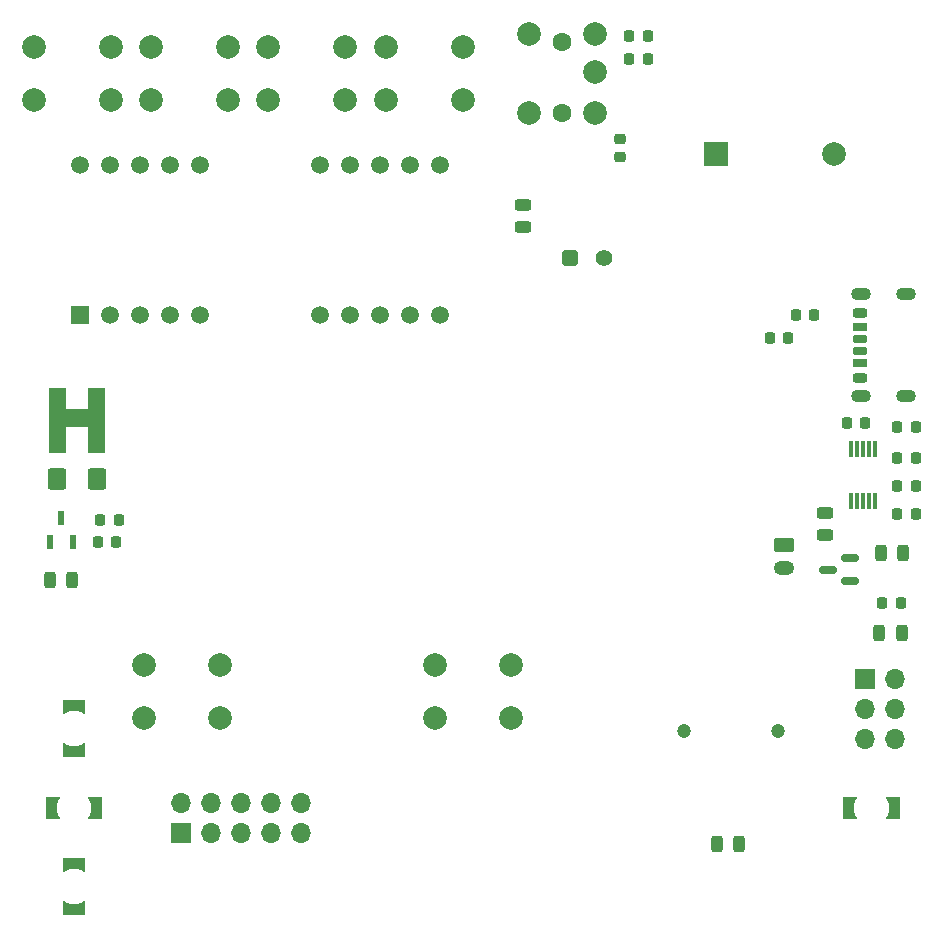
<source format=gbr>
G04 #@! TF.GenerationSoftware,KiCad,Pcbnew,9.0.6-9.0.6~ubuntu24.04.1*
G04 #@! TF.CreationDate,2025-11-22T19:38:21+03:00*
G04 #@! TF.ProjectId,Dreamstalker-PRO-v2,44726561-6d73-4746-916c-6b65722d5052,2.4*
G04 #@! TF.SameCoordinates,Original*
G04 #@! TF.FileFunction,Soldermask,Top*
G04 #@! TF.FilePolarity,Negative*
%FSLAX46Y46*%
G04 Gerber Fmt 4.6, Leading zero omitted, Abs format (unit mm)*
G04 Created by KiCad (PCBNEW 9.0.6-9.0.6~ubuntu24.04.1) date 2025-11-22 19:38:21*
%MOMM*%
%LPD*%
G01*
G04 APERTURE LIST*
G04 Aperture macros list*
%AMRoundRect*
0 Rectangle with rounded corners*
0 $1 Rounding radius*
0 $2 $3 $4 $5 $6 $7 $8 $9 X,Y pos of 4 corners*
0 Add a 4 corners polygon primitive as box body*
4,1,4,$2,$3,$4,$5,$6,$7,$8,$9,$2,$3,0*
0 Add four circle primitives for the rounded corners*
1,1,$1+$1,$2,$3*
1,1,$1+$1,$4,$5*
1,1,$1+$1,$6,$7*
1,1,$1+$1,$8,$9*
0 Add four rect primitives between the rounded corners*
20,1,$1+$1,$2,$3,$4,$5,0*
20,1,$1+$1,$4,$5,$6,$7,0*
20,1,$1+$1,$6,$7,$8,$9,0*
20,1,$1+$1,$8,$9,$2,$3,0*%
%AMFreePoly0*
4,1,29,2.553536,2.403536,2.555000,2.400000,2.555000,0.900000,2.553536,0.896464,2.550000,0.895000,0.750000,0.895000,0.750000,-0.895000,2.550000,-0.895000,2.553536,-0.896464,2.555000,-0.900000,2.555000,-2.400000,2.553536,-2.403536,2.550000,-2.405000,-2.950000,-2.405000,-2.953536,-2.403536,-2.955000,-2.400000,-2.955000,-0.900000,-2.953536,-0.896464,-2.950000,-0.895000,-0.750000,-0.895000,
-0.750000,0.895000,-2.950000,0.895000,-2.953536,0.896464,-2.955000,0.900000,-2.955000,2.400000,-2.953536,2.403536,-2.950000,2.405000,2.550000,2.405000,2.553536,2.403536,2.553536,2.403536,$1*%
%AMFreePoly1*
4,1,33,0.703536,0.903536,0.705000,0.900000,0.704069,0.897094,0.654179,0.827248,0.624329,0.777498,0.584409,0.707638,0.554564,0.647948,0.534642,0.598143,0.534596,0.598030,0.504674,0.528212,0.474791,0.438563,0.444878,0.328885,0.424943,0.219242,0.414976,0.139500,0.405014,0.010000,0.414983,-0.119591,0.424951,-0.229243,0.454852,-0.368782,0.494716,-0.508305,0.564497,-0.667804,
0.624279,-0.777405,0.704160,-0.897226,0.704903,-0.900981,0.702774,-0.904160,0.700000,-0.905000,-0.480000,-0.905000,-0.483536,-0.903536,-0.485000,-0.900000,-0.485000,0.900000,-0.483536,0.903536,-0.480000,0.905000,0.700000,0.905000,0.703536,0.903536,0.703536,0.903536,$1*%
%AMFreePoly2*
4,1,33,0.483536,0.903536,0.485000,0.900000,0.485000,-0.900000,0.483536,-0.903536,0.480000,-0.905000,-0.700000,-0.905000,-0.703536,-0.903536,-0.705000,-0.900000,-0.704069,-0.897094,-0.654179,-0.827248,-0.624329,-0.777498,-0.584409,-0.707638,-0.554564,-0.647948,-0.534642,-0.598143,-0.534596,-0.598030,-0.504674,-0.528212,-0.474791,-0.438563,-0.444878,-0.328885,-0.424943,-0.219242,-0.414976,-0.139500,
-0.405014,-0.010000,-0.414985,0.119617,-0.424951,0.229243,-0.454852,0.368782,-0.494716,0.508305,-0.564497,0.667804,-0.624279,0.777405,-0.704160,0.897226,-0.704903,0.900981,-0.702774,0.904160,-0.700000,0.905000,0.480000,0.905000,0.483536,0.903536,0.483536,0.903536,$1*%
G04 Aperture macros list end*
%ADD10C,2.000000*%
%ADD11R,0.600000X1.300000*%
%ADD12RoundRect,0.218750X0.218750X0.256250X-0.218750X0.256250X-0.218750X-0.256250X0.218750X-0.256250X0*%
%ADD13RoundRect,0.243750X-0.456250X0.243750X-0.456250X-0.243750X0.456250X-0.243750X0.456250X0.243750X0*%
%ADD14RoundRect,0.243750X-0.243750X-0.456250X0.243750X-0.456250X0.243750X0.456250X-0.243750X0.456250X0*%
%ADD15R,1.500000X1.500000*%
%ADD16C,1.500000*%
%ADD17R,2.000000X2.000000*%
%ADD18RoundRect,0.240000X0.560000X-0.660000X0.560000X0.660000X-0.560000X0.660000X-0.560000X-0.660000X0*%
%ADD19FreePoly0,90.000000*%
%ADD20FreePoly1,0.000000*%
%ADD21FreePoly2,0.000000*%
%ADD22FreePoly1,270.000000*%
%ADD23FreePoly2,270.000000*%
%ADD24R,1.700000X1.700000*%
%ADD25O,1.700000X1.700000*%
%ADD26C,1.600000*%
%ADD27FreePoly1,90.000000*%
%ADD28FreePoly2,90.000000*%
%ADD29FreePoly1,180.000000*%
%ADD30FreePoly2,180.000000*%
%ADD31RoundRect,0.218750X0.256250X-0.218750X0.256250X0.218750X-0.256250X0.218750X-0.256250X-0.218750X0*%
%ADD32RoundRect,0.175000X0.425000X-0.175000X0.425000X0.175000X-0.425000X0.175000X-0.425000X-0.175000X0*%
%ADD33RoundRect,0.190000X-0.410000X0.190000X-0.410000X-0.190000X0.410000X-0.190000X0.410000X0.190000X0*%
%ADD34RoundRect,0.200000X-0.400000X0.200000X-0.400000X-0.200000X0.400000X-0.200000X0.400000X0.200000X0*%
%ADD35RoundRect,0.175000X-0.425000X0.175000X-0.425000X-0.175000X0.425000X-0.175000X0.425000X0.175000X0*%
%ADD36RoundRect,0.190000X0.410000X-0.190000X0.410000X0.190000X-0.410000X0.190000X-0.410000X-0.190000X0*%
%ADD37RoundRect,0.200000X0.400000X-0.200000X0.400000X0.200000X-0.400000X0.200000X-0.400000X-0.200000X0*%
%ADD38O,1.700000X1.100000*%
%ADD39RoundRect,0.218750X-0.218750X-0.256250X0.218750X-0.256250X0.218750X0.256250X-0.218750X0.256250X0*%
%ADD40R,0.300000X1.400000*%
%ADD41RoundRect,0.250000X-0.625000X0.350000X-0.625000X-0.350000X0.625000X-0.350000X0.625000X0.350000X0*%
%ADD42O,1.750000X1.200000*%
%ADD43RoundRect,0.350000X-0.350000X-0.350000X0.350000X-0.350000X0.350000X0.350000X-0.350000X0.350000X0*%
%ADD44C,1.400000*%
%ADD45RoundRect,0.243750X0.456250X-0.243750X0.456250X0.243750X-0.456250X0.243750X-0.456250X-0.243750X0*%
%ADD46RoundRect,0.150000X0.587500X0.150000X-0.587500X0.150000X-0.587500X-0.150000X0.587500X-0.150000X0*%
%ADD47RoundRect,0.243750X0.243750X0.456250X-0.243750X0.456250X-0.243750X-0.456250X0.243750X-0.456250X0*%
%ADD48C,1.200000*%
G04 APERTURE END LIST*
D10*
X101100000Y-98300000D03*
X107600000Y-98300000D03*
X101100000Y-102800000D03*
X107600000Y-102800000D03*
X125750000Y-98300000D03*
X132250000Y-98300000D03*
X125750000Y-102800000D03*
X132250000Y-102800000D03*
D11*
X93200000Y-87900000D03*
X95100000Y-87900000D03*
X94150000Y-85800000D03*
D12*
X98787500Y-87900000D03*
X97212500Y-87900000D03*
D13*
X133200000Y-59350000D03*
X133200000Y-61225000D03*
D14*
X93162500Y-91100000D03*
X95037500Y-91100000D03*
D15*
X95750000Y-68650000D03*
D16*
X98290000Y-68650000D03*
X100830000Y-68650000D03*
X103370000Y-68650000D03*
X105910000Y-68650000D03*
X116070000Y-68650000D03*
X118610000Y-68650000D03*
X121150000Y-68650000D03*
X123690000Y-68650000D03*
X126230000Y-68650000D03*
X126230000Y-55950000D03*
X123690000Y-55950000D03*
X121150000Y-55950000D03*
X118610000Y-55950000D03*
X116070000Y-55950000D03*
X105910000Y-55950000D03*
X103370000Y-55950000D03*
X100830000Y-55950000D03*
X98290000Y-55950000D03*
X95750000Y-55950000D03*
D17*
X149600000Y-55050000D03*
D10*
X159600000Y-55050000D03*
D18*
X93800000Y-82550000D03*
X97200000Y-82550000D03*
D19*
X95500000Y-77350000D03*
D20*
X160870000Y-110350000D03*
D21*
X164630000Y-110350000D03*
D22*
X95200000Y-101770000D03*
D23*
X95200000Y-105530000D03*
D24*
X104300000Y-112500000D03*
D25*
X104300000Y-109960000D03*
X106840000Y-112500000D03*
X106840000Y-109960000D03*
X109380000Y-112500000D03*
X109380000Y-109960000D03*
X111920000Y-112500000D03*
X111920000Y-109960000D03*
X114460000Y-112500000D03*
X114460000Y-109960000D03*
D24*
X162200000Y-99450000D03*
D25*
X164740000Y-99450000D03*
X162200000Y-101990000D03*
X164740000Y-101990000D03*
X162200000Y-104530000D03*
X164740000Y-104530000D03*
D26*
X136500000Y-45550000D03*
X136500000Y-51550000D03*
D10*
X139300000Y-48050000D03*
X133700000Y-44850000D03*
X139300000Y-44850000D03*
X133700000Y-51550000D03*
X139300000Y-51550000D03*
D27*
X95200000Y-118930000D03*
D28*
X95200000Y-115170000D03*
D10*
X108250000Y-50450000D03*
X101750000Y-50450000D03*
X108250000Y-45950000D03*
X101750000Y-45950000D03*
D29*
X97080000Y-110350000D03*
D30*
X93320000Y-110350000D03*
D10*
X98350000Y-50450000D03*
X91850000Y-50450000D03*
X98350000Y-45950000D03*
X91850000Y-45950000D03*
X118150000Y-50450000D03*
X111650000Y-50450000D03*
X118150000Y-45950000D03*
X111650000Y-45950000D03*
X128150000Y-50450000D03*
X121650000Y-50450000D03*
X128150000Y-45950000D03*
X121650000Y-45950000D03*
D31*
X141400000Y-55287500D03*
X141400000Y-53712500D03*
D32*
X161800000Y-71700000D03*
D33*
X161800000Y-69680000D03*
D34*
X161800000Y-68450000D03*
D35*
X161800000Y-70700000D03*
D36*
X161800000Y-72720000D03*
D37*
X161800000Y-73950000D03*
D38*
X161880000Y-75520000D03*
X165680000Y-75520000D03*
X161880000Y-66880000D03*
X165680000Y-66880000D03*
D12*
X157887500Y-68650000D03*
X156312500Y-68650000D03*
D39*
X164912500Y-78100000D03*
X166487500Y-78100000D03*
D12*
X166487500Y-80750000D03*
X164912500Y-80750000D03*
D40*
X161000000Y-84400000D03*
X161500000Y-84400000D03*
X162000000Y-84400000D03*
X162500000Y-84400000D03*
X163000000Y-84400000D03*
X163000000Y-80000000D03*
X162500000Y-80000000D03*
X162000000Y-80000000D03*
X161500000Y-80000000D03*
X161000000Y-80000000D03*
D41*
X155300000Y-88100000D03*
D42*
X155300000Y-90100000D03*
D39*
X97425000Y-86000000D03*
X99000000Y-86000000D03*
D43*
X137200000Y-63850000D03*
D44*
X140100000Y-63850000D03*
D12*
X143787500Y-45000000D03*
X142212500Y-45000000D03*
D45*
X158800000Y-87275000D03*
X158800000Y-85400000D03*
D12*
X166500000Y-85500000D03*
X164925000Y-85500000D03*
X143787500Y-47000000D03*
X142212500Y-47000000D03*
X166500000Y-83100000D03*
X164925000Y-83100000D03*
X165237500Y-93000000D03*
X163662500Y-93000000D03*
D46*
X160937500Y-91150000D03*
X160937500Y-89250000D03*
X159062500Y-90200000D03*
D47*
X151500000Y-113450000D03*
X149625000Y-113450000D03*
D14*
X163400000Y-95600000D03*
X165275000Y-95600000D03*
X163525000Y-88800000D03*
X165400000Y-88800000D03*
D12*
X155700000Y-70600000D03*
X154125000Y-70600000D03*
D39*
X160625000Y-77800000D03*
X162200000Y-77800000D03*
D48*
X154850000Y-103900000D03*
X146850000Y-103900000D03*
M02*

</source>
